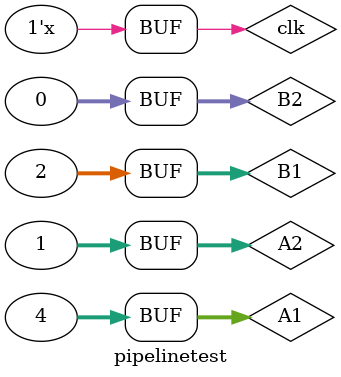
<source format=v>
`timescale 1ns / 1ps


module pipelinetest;

	// Inputs
	reg [31:0] A1;
	reg [31:0] A2;
	reg [31:0] B1;
	reg [31:0] B2;
	reg clk;

	// Outputs
	wire [31:0] C;

	// Instantiate the Unit Under Test (UUT)
	pipeline uut (
		.A1(A1), 
		.A2(A2), 
		.B1(B1), 
		.B2(B2), 
		.clk(clk), 
		.C(C)
	);

	initial begin
		// Initialize Inputs
		A1 = 0;
		A2 = 0;
		B1 = 0;
		B2 = 0;
		clk = 0;
		#10;
        
		// Add stimulus here
		A1 = 0;
		B1 = 1;
		A2 = 2;
		B2 = 3;
		#10;
		A1 = 4;
		B1 = 2;
		A2 = 1;
		B2 = 0;
		#10;

	end
	
	always #5 clk=~clk;
      
endmodule


</source>
